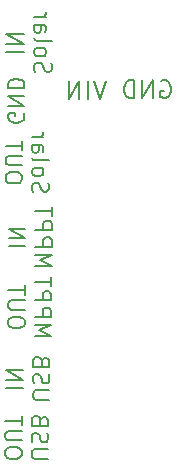
<source format=gbr>
%TF.GenerationSoftware,KiCad,Pcbnew,(6.0.7)*%
%TF.CreationDate,2022-08-08T03:52:41+08:00*%
%TF.ProjectId,Solar Charger,536f6c61-7220-4436-9861-726765722e6b,rev?*%
%TF.SameCoordinates,Original*%
%TF.FileFunction,Legend,Bot*%
%TF.FilePolarity,Positive*%
%FSLAX46Y46*%
G04 Gerber Fmt 4.6, Leading zero omitted, Abs format (unit mm)*
G04 Created by KiCad (PCBNEW (6.0.7)) date 2022-08-08 03:52:41*
%MOMM*%
%LPD*%
G01*
G04 APERTURE LIST*
%ADD10C,0.150000*%
G04 APERTURE END LIST*
D10*
X83693666Y-94866666D02*
X82560333Y-94866666D01*
X82427000Y-94800000D01*
X82360333Y-94733333D01*
X82293666Y-94600000D01*
X82293666Y-94333333D01*
X82360333Y-94200000D01*
X82427000Y-94133333D01*
X82560333Y-94066666D01*
X83693666Y-94066666D01*
X82360333Y-93466666D02*
X82293666Y-93266666D01*
X82293666Y-92933333D01*
X82360333Y-92800000D01*
X82427000Y-92733333D01*
X82560333Y-92666666D01*
X82693666Y-92666666D01*
X82827000Y-92733333D01*
X82893666Y-92800000D01*
X82960333Y-92933333D01*
X83027000Y-93200000D01*
X83093666Y-93333333D01*
X83160333Y-93400000D01*
X83293666Y-93466666D01*
X83427000Y-93466666D01*
X83560333Y-93400000D01*
X83627000Y-93333333D01*
X83693666Y-93200000D01*
X83693666Y-92866666D01*
X83627000Y-92666666D01*
X83027000Y-91600000D02*
X82960333Y-91400000D01*
X82893666Y-91333333D01*
X82760333Y-91266666D01*
X82560333Y-91266666D01*
X82427000Y-91333333D01*
X82360333Y-91400000D01*
X82293666Y-91533333D01*
X82293666Y-92066666D01*
X83693666Y-92066666D01*
X83693666Y-91600000D01*
X83627000Y-91466666D01*
X83560333Y-91400000D01*
X83427000Y-91333333D01*
X83293666Y-91333333D01*
X83160333Y-91400000D01*
X83093666Y-91466666D01*
X83027000Y-91600000D01*
X83027000Y-92066666D01*
X81439666Y-94500000D02*
X81439666Y-94233333D01*
X81373000Y-94100000D01*
X81239666Y-93966666D01*
X80973000Y-93900000D01*
X80506333Y-93900000D01*
X80239666Y-93966666D01*
X80106333Y-94100000D01*
X80039666Y-94233333D01*
X80039666Y-94500000D01*
X80106333Y-94633333D01*
X80239666Y-94766666D01*
X80506333Y-94833333D01*
X80973000Y-94833333D01*
X81239666Y-94766666D01*
X81373000Y-94633333D01*
X81439666Y-94500000D01*
X81439666Y-93300000D02*
X80306333Y-93300000D01*
X80173000Y-93233333D01*
X80106333Y-93166666D01*
X80039666Y-93033333D01*
X80039666Y-92766666D01*
X80106333Y-92633333D01*
X80173000Y-92566666D01*
X80306333Y-92500000D01*
X81439666Y-92500000D01*
X81439666Y-92033333D02*
X81439666Y-91233333D01*
X80039666Y-91633333D02*
X81439666Y-91633333D01*
X83793666Y-89866666D02*
X82660333Y-89866666D01*
X82527000Y-89800000D01*
X82460333Y-89733333D01*
X82393666Y-89600000D01*
X82393666Y-89333333D01*
X82460333Y-89200000D01*
X82527000Y-89133333D01*
X82660333Y-89066666D01*
X83793666Y-89066666D01*
X82460333Y-88466666D02*
X82393666Y-88266666D01*
X82393666Y-87933333D01*
X82460333Y-87800000D01*
X82527000Y-87733333D01*
X82660333Y-87666666D01*
X82793666Y-87666666D01*
X82927000Y-87733333D01*
X82993666Y-87800000D01*
X83060333Y-87933333D01*
X83127000Y-88200000D01*
X83193666Y-88333333D01*
X83260333Y-88400000D01*
X83393666Y-88466666D01*
X83527000Y-88466666D01*
X83660333Y-88400000D01*
X83727000Y-88333333D01*
X83793666Y-88200000D01*
X83793666Y-87866666D01*
X83727000Y-87666666D01*
X83127000Y-86600000D02*
X83060333Y-86400000D01*
X82993666Y-86333333D01*
X82860333Y-86266666D01*
X82660333Y-86266666D01*
X82527000Y-86333333D01*
X82460333Y-86400000D01*
X82393666Y-86533333D01*
X82393666Y-87066666D01*
X83793666Y-87066666D01*
X83793666Y-86600000D01*
X83727000Y-86466666D01*
X83660333Y-86400000D01*
X83527000Y-86333333D01*
X83393666Y-86333333D01*
X83260333Y-86400000D01*
X83193666Y-86466666D01*
X83127000Y-86600000D01*
X83127000Y-87066666D01*
X80139666Y-88833333D02*
X81539666Y-88833333D01*
X80139666Y-88166666D02*
X81539666Y-88166666D01*
X80139666Y-87366666D01*
X81539666Y-87366666D01*
X82593666Y-78500000D02*
X83993666Y-78500000D01*
X82993666Y-78033333D01*
X83993666Y-77566666D01*
X82593666Y-77566666D01*
X82593666Y-76900000D02*
X83993666Y-76900000D01*
X83993666Y-76366666D01*
X83927000Y-76233333D01*
X83860333Y-76166666D01*
X83727000Y-76100000D01*
X83527000Y-76100000D01*
X83393666Y-76166666D01*
X83327000Y-76233333D01*
X83260333Y-76366666D01*
X83260333Y-76900000D01*
X82593666Y-75500000D02*
X83993666Y-75500000D01*
X83993666Y-74966666D01*
X83927000Y-74833333D01*
X83860333Y-74766666D01*
X83727000Y-74700000D01*
X83527000Y-74700000D01*
X83393666Y-74766666D01*
X83327000Y-74833333D01*
X83260333Y-74966666D01*
X83260333Y-75500000D01*
X83993666Y-74300000D02*
X83993666Y-73500000D01*
X82593666Y-73900000D02*
X83993666Y-73900000D01*
X80339666Y-76833333D02*
X81739666Y-76833333D01*
X80339666Y-76166666D02*
X81739666Y-76166666D01*
X80339666Y-75366666D01*
X81739666Y-75366666D01*
X82543666Y-84450000D02*
X83943666Y-84450000D01*
X82943666Y-83983333D01*
X83943666Y-83516666D01*
X82543666Y-83516666D01*
X82543666Y-82850000D02*
X83943666Y-82850000D01*
X83943666Y-82316666D01*
X83877000Y-82183333D01*
X83810333Y-82116666D01*
X83677000Y-82050000D01*
X83477000Y-82050000D01*
X83343666Y-82116666D01*
X83277000Y-82183333D01*
X83210333Y-82316666D01*
X83210333Y-82850000D01*
X82543666Y-81450000D02*
X83943666Y-81450000D01*
X83943666Y-80916666D01*
X83877000Y-80783333D01*
X83810333Y-80716666D01*
X83677000Y-80650000D01*
X83477000Y-80650000D01*
X83343666Y-80716666D01*
X83277000Y-80783333D01*
X83210333Y-80916666D01*
X83210333Y-81450000D01*
X83943666Y-80250000D02*
X83943666Y-79450000D01*
X82543666Y-79850000D02*
X83943666Y-79850000D01*
X81689666Y-83450000D02*
X81689666Y-83183333D01*
X81623000Y-83050000D01*
X81489666Y-82916666D01*
X81223000Y-82850000D01*
X80756333Y-82850000D01*
X80489666Y-82916666D01*
X80356333Y-83050000D01*
X80289666Y-83183333D01*
X80289666Y-83450000D01*
X80356333Y-83583333D01*
X80489666Y-83716666D01*
X80756333Y-83783333D01*
X81223000Y-83783333D01*
X81489666Y-83716666D01*
X81623000Y-83583333D01*
X81689666Y-83450000D01*
X81689666Y-82250000D02*
X80556333Y-82250000D01*
X80423000Y-82183333D01*
X80356333Y-82116666D01*
X80289666Y-81983333D01*
X80289666Y-81716666D01*
X80356333Y-81583333D01*
X80423000Y-81516666D01*
X80556333Y-81450000D01*
X81689666Y-81450000D01*
X81689666Y-80983333D02*
X81689666Y-80183333D01*
X80289666Y-80583333D02*
X81689666Y-80583333D01*
X82410333Y-72266666D02*
X82343666Y-72066666D01*
X82343666Y-71733333D01*
X82410333Y-71600000D01*
X82477000Y-71533333D01*
X82610333Y-71466666D01*
X82743666Y-71466666D01*
X82877000Y-71533333D01*
X82943666Y-71600000D01*
X83010333Y-71733333D01*
X83077000Y-72000000D01*
X83143666Y-72133333D01*
X83210333Y-72200000D01*
X83343666Y-72266666D01*
X83477000Y-72266666D01*
X83610333Y-72200000D01*
X83677000Y-72133333D01*
X83743666Y-72000000D01*
X83743666Y-71666666D01*
X83677000Y-71466666D01*
X82343666Y-70666666D02*
X82410333Y-70800000D01*
X82477000Y-70866666D01*
X82610333Y-70933333D01*
X83010333Y-70933333D01*
X83143666Y-70866666D01*
X83210333Y-70800000D01*
X83277000Y-70666666D01*
X83277000Y-70466666D01*
X83210333Y-70333333D01*
X83143666Y-70266666D01*
X83010333Y-70200000D01*
X82610333Y-70200000D01*
X82477000Y-70266666D01*
X82410333Y-70333333D01*
X82343666Y-70466666D01*
X82343666Y-70666666D01*
X82343666Y-69400000D02*
X82410333Y-69533333D01*
X82543666Y-69600000D01*
X83743666Y-69600000D01*
X82343666Y-68266666D02*
X83077000Y-68266666D01*
X83210333Y-68333333D01*
X83277000Y-68466666D01*
X83277000Y-68733333D01*
X83210333Y-68866666D01*
X82410333Y-68266666D02*
X82343666Y-68400000D01*
X82343666Y-68733333D01*
X82410333Y-68866666D01*
X82543666Y-68933333D01*
X82677000Y-68933333D01*
X82810333Y-68866666D01*
X82877000Y-68733333D01*
X82877000Y-68400000D01*
X82943666Y-68266666D01*
X82343666Y-67600000D02*
X83277000Y-67600000D01*
X83010333Y-67600000D02*
X83143666Y-67533333D01*
X83210333Y-67466666D01*
X83277000Y-67333333D01*
X83277000Y-67200000D01*
X81489666Y-71200000D02*
X81489666Y-70933333D01*
X81423000Y-70800000D01*
X81289666Y-70666666D01*
X81023000Y-70600000D01*
X80556333Y-70600000D01*
X80289666Y-70666666D01*
X80156333Y-70800000D01*
X80089666Y-70933333D01*
X80089666Y-71200000D01*
X80156333Y-71333333D01*
X80289666Y-71466666D01*
X80556333Y-71533333D01*
X81023000Y-71533333D01*
X81289666Y-71466666D01*
X81423000Y-71333333D01*
X81489666Y-71200000D01*
X81489666Y-70000000D02*
X80356333Y-70000000D01*
X80223000Y-69933333D01*
X80156333Y-69866666D01*
X80089666Y-69733333D01*
X80089666Y-69466666D01*
X80156333Y-69333333D01*
X80223000Y-69266666D01*
X80356333Y-69200000D01*
X81489666Y-69200000D01*
X81489666Y-68733333D02*
X81489666Y-67933333D01*
X80089666Y-68333333D02*
X81489666Y-68333333D01*
X81600000Y-65616666D02*
X81666666Y-65750000D01*
X81666666Y-65950000D01*
X81600000Y-66150000D01*
X81466666Y-66283333D01*
X81333333Y-66350000D01*
X81066666Y-66416666D01*
X80866666Y-66416666D01*
X80600000Y-66350000D01*
X80466666Y-66283333D01*
X80333333Y-66150000D01*
X80266666Y-65950000D01*
X80266666Y-65816666D01*
X80333333Y-65616666D01*
X80400000Y-65550000D01*
X80866666Y-65550000D01*
X80866666Y-65816666D01*
X80266666Y-64950000D02*
X81666666Y-64950000D01*
X80266666Y-64150000D01*
X81666666Y-64150000D01*
X80266666Y-63483333D02*
X81666666Y-63483333D01*
X81666666Y-63150000D01*
X81600000Y-62950000D01*
X81466666Y-62816666D01*
X81333333Y-62750000D01*
X81066666Y-62683333D01*
X80866666Y-62683333D01*
X80600000Y-62750000D01*
X80466666Y-62816666D01*
X80333333Y-62950000D01*
X80266666Y-63150000D01*
X80266666Y-63483333D01*
X82600357Y-62116666D02*
X82528928Y-61916666D01*
X82528928Y-61583333D01*
X82600357Y-61450000D01*
X82671785Y-61383333D01*
X82814642Y-61316666D01*
X82957500Y-61316666D01*
X83100357Y-61383333D01*
X83171785Y-61450000D01*
X83243214Y-61583333D01*
X83314642Y-61850000D01*
X83386071Y-61983333D01*
X83457500Y-62050000D01*
X83600357Y-62116666D01*
X83743214Y-62116666D01*
X83886071Y-62050000D01*
X83957500Y-61983333D01*
X84028928Y-61850000D01*
X84028928Y-61516666D01*
X83957500Y-61316666D01*
X82528928Y-60516666D02*
X82600357Y-60650000D01*
X82671785Y-60716666D01*
X82814642Y-60783333D01*
X83243214Y-60783333D01*
X83386071Y-60716666D01*
X83457500Y-60650000D01*
X83528928Y-60516666D01*
X83528928Y-60316666D01*
X83457500Y-60183333D01*
X83386071Y-60116666D01*
X83243214Y-60050000D01*
X82814642Y-60050000D01*
X82671785Y-60116666D01*
X82600357Y-60183333D01*
X82528928Y-60316666D01*
X82528928Y-60516666D01*
X82528928Y-59250000D02*
X82600357Y-59383333D01*
X82743214Y-59450000D01*
X84028928Y-59450000D01*
X82528928Y-58116666D02*
X83314642Y-58116666D01*
X83457500Y-58183333D01*
X83528928Y-58316666D01*
X83528928Y-58583333D01*
X83457500Y-58716666D01*
X82600357Y-58116666D02*
X82528928Y-58250000D01*
X82528928Y-58583333D01*
X82600357Y-58716666D01*
X82743214Y-58783333D01*
X82886071Y-58783333D01*
X83028928Y-58716666D01*
X83100357Y-58583333D01*
X83100357Y-58250000D01*
X83171785Y-58116666D01*
X82528928Y-57450000D02*
X83528928Y-57450000D01*
X83243214Y-57450000D02*
X83386071Y-57383333D01*
X83457500Y-57316666D01*
X83528928Y-57183333D01*
X83528928Y-57050000D01*
X80113928Y-60383333D02*
X81613928Y-60383333D01*
X80113928Y-59716666D02*
X81613928Y-59716666D01*
X80113928Y-58916666D01*
X81613928Y-58916666D01*
X93242857Y-62900000D02*
X93385714Y-62828571D01*
X93600000Y-62828571D01*
X93814285Y-62900000D01*
X93957142Y-63042857D01*
X94028571Y-63185714D01*
X94100000Y-63471428D01*
X94100000Y-63685714D01*
X94028571Y-63971428D01*
X93957142Y-64114285D01*
X93814285Y-64257142D01*
X93600000Y-64328571D01*
X93457142Y-64328571D01*
X93242857Y-64257142D01*
X93171428Y-64185714D01*
X93171428Y-63685714D01*
X93457142Y-63685714D01*
X92528571Y-64328571D02*
X92528571Y-62828571D01*
X91671428Y-64328571D01*
X91671428Y-62828571D01*
X90957142Y-64328571D02*
X90957142Y-62828571D01*
X90600000Y-62828571D01*
X90385714Y-62900000D01*
X90242857Y-63042857D01*
X90171428Y-63185714D01*
X90100000Y-63471428D01*
X90100000Y-63685714D01*
X90171428Y-63971428D01*
X90242857Y-64114285D01*
X90385714Y-64257142D01*
X90600000Y-64328571D01*
X90957142Y-64328571D01*
X88542857Y-62878571D02*
X88042857Y-64378571D01*
X87542857Y-62878571D01*
X87042857Y-64378571D02*
X87042857Y-62878571D01*
X86328571Y-64378571D02*
X86328571Y-62878571D01*
X85471428Y-64378571D01*
X85471428Y-62878571D01*
M02*

</source>
